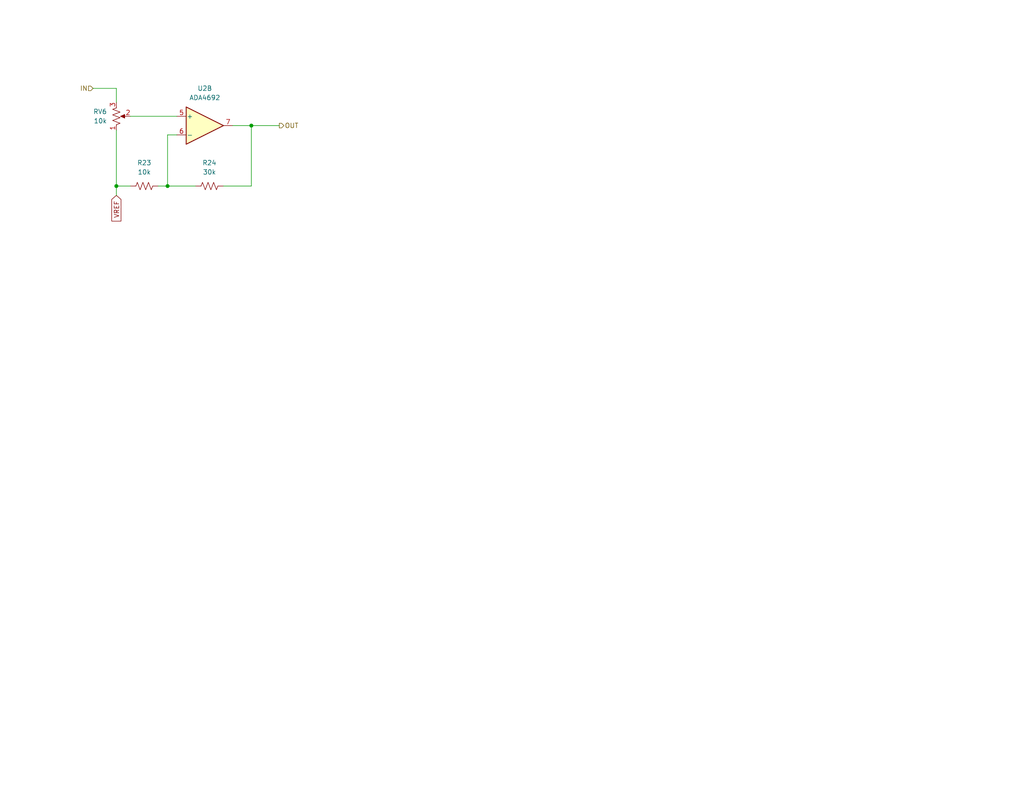
<source format=kicad_sch>
(kicad_sch (version 20250114) (generator "eeschema") (generator_version "9.0")
  (paper "USLetter")
  (title_block (title "EL223FP4L1") (date "2025-05-08") (rev "1") (company "Boles & Walker"))
  (lib_symbols
    (symbol "Custom:ADA4692-2" (pin_names (offset 0.127))
      (property "Reference" "U" (at 2.54 6.35 0))
      (property "Value" "ADA4692-2" (at 2.54 3.81 0))
      (symbol "ADA4692-2_1_1"
        (polyline (pts (xy 5.08 0) (xy -5.08 5.08) (xy -5.08 -5.08) (xy 5.08 0)) (stroke (width 0.254)) (fill (type background)))
        (pin input line (at -7.62 2.54 0) (length 2.54) (name "+") (number "3"))
        (pin input line (at -7.62 -2.54 0) (length 2.54) (name "-") (number "2"))
        (pin output line (at 7.62 0 180) (length 2.54) (name "~") (number "1"))
      )
      (symbol "ADA4692-2_2_1"
        (polyline (pts (xy 5.08 0) (xy -5.08 5.08) (xy -5.08 -5.08) (xy 5.08 0)) (stroke (width 0.254)) (fill (type background)))
        (pin input line (at -7.62 2.54 0) (length 2.54) (name "+") (number "5"))
        (pin input line (at -7.62 -2.54 0) (length 2.54) (name "-") (number "6"))
        (pin output line (at 7.62 0 180) (length 2.54) (name "~") (number "7"))
      )
      (symbol "ADA4692-2_3_1"
        (pin power_in line (at 0 7.62 270) (length 3.81) (name "V+") (number "8"))
        (pin power_in line (at 0 -7.62 90) (length 3.81) (name "V-") (number "4"))
      )
    )
    (symbol "Device:R_Potentiometer_US" (pin_names (offset 1.016) (hide yes))
      (property "Reference" "RV" (at -4.445 0 90))
      (property "Value" "R_Potentiometer_US" (at -2.54 0 90))
      (symbol "R_Potentiometer_US_0_1"
        (polyline (pts (xy 0 2.54) (xy 0 2.286)))
        (polyline (pts (xy 0 2.286) (xy 1.016 1.905) (xy 0 1.524) (xy -1.016 1.143) (xy 0 0.762)))
        (polyline (pts (xy 0 0.762) (xy 1.016 0.381) (xy 0 0) (xy -1.016 -0.381) (xy 0 -0.762)))
        (polyline (pts (xy 0 -0.762) (xy 1.016 -1.143) (xy 0 -1.524) (xy -1.016 -1.905) (xy 0 -2.286)))
        (polyline (pts (xy 0 -2.286) (xy 0 -2.54)))
        (polyline (pts (xy 1.143 0) (xy 2.286 0.508) (xy 2.286 -0.508) (xy 1.143 0)) (fill (type outline)))
        (polyline (pts (xy 2.54 0) (xy 1.524 0)))
      )
      (symbol "R_Potentiometer_US_1_1"
        (pin passive line (at 0 3.81 270) (length 1.27) (name "1") (number "1"))
        (pin passive line (at 0 -3.81 90) (length 1.27) (name "3") (number "3"))
        (pin passive line (at 3.81 0 180) (length 1.27) (name "2") (number "2"))
      )
    )
    (symbol "Device:R_US" (pin_numbers (hide yes)) (pin_names (offset 0))
      (property "Reference" "R" (at 2.54 0 90))
      (property "Value" "R_US" (at -2.54 0 90))
      (symbol "R_US_0_1"
        (polyline (pts (xy 0 2.286) (xy 0 2.54)))
        (polyline (pts (xy 0 2.286) (xy 1.016 1.905) (xy 0 1.524) (xy -1.016 1.143) (xy 0 0.762)))
        (polyline (pts (xy 0 0.762) (xy 1.016 0.381) (xy 0 0) (xy -1.016 -0.381) (xy 0 -0.762)))
        (polyline (pts (xy 0 -0.762) (xy 1.016 -1.143) (xy 0 -1.524) (xy -1.016 -1.905) (xy 0 -2.286)))
        (polyline (pts (xy 0 -2.286) (xy 0 -2.54)))
      )
      (symbol "R_US_1_1"
        (pin passive line (at 0 3.81 270) (length 1.27) (name "~") (number "1"))
        (pin passive line (at 0 -3.81 90) (length 1.27) (name "~") (number "2"))
      )
    )
  )
  (junction (at 45.72 50.8))
  (junction (at 68.58 34.29))
  (junction (at 31.75 50.8))
  (wire (pts (xy 31.75 24.13) (xy 31.75 27.94)))
  (wire (pts (xy 45.72 36.83) (xy 48.26 36.83)))
  (wire (pts (xy 68.58 50.8) (xy 68.58 34.29)))
  (wire (pts (xy 68.58 34.29) (xy 76.2 34.29)))
  (wire (pts (xy 35.56 31.75) (xy 48.26 31.75)))
  (wire (pts (xy 35.56 50.8) (xy 31.75 50.8)))
  (wire (pts (xy 31.75 53.34) (xy 31.75 50.8)))
  (wire (pts (xy 25.4 24.13) (xy 31.75 24.13)))
  (wire (pts (xy 45.72 50.8) (xy 53.34 50.8)))
  (wire (pts (xy 63.5 34.29) (xy 68.58 34.29)))
  (wire (pts (xy 43.18 50.8) (xy 45.72 50.8)))
  (wire (pts (xy 45.72 50.8) (xy 45.72 36.83)))
  (wire (pts (xy 31.75 35.56) (xy 31.75 50.8)))
  (wire (pts (xy 60.96 50.8) (xy 68.58 50.8)))
  (global_label "VREF" (shape input) (at 31.75 53.34 270) (property "Intersheetrefs" "${INTERSHEET_REFS}" (effects (hide yes))))
  (hierarchical_label "IN" (shape input) (at 25.4 24.13 180))
  (hierarchical_label "OUT" (shape output) (at 76.2 34.29 0))
  (symbol (lib_id "Custom:ADA4692-2") (at 55.88 34.29 0) (unit 2)
    (property "Reference" "U2" (at 55.88 24.13 0))
    (property "Value" "ADA4692" (at 55.88 26.67 0))
    (property "Footprint" "Package_SO:SOIC-8_3.9x4.9mm_P1.27mm" (effects (hide yes)))
    (property "Datasheet" "https://www.analog.com/media/en/technical-documentation/data-sheets/ADA4691-2_4691-4_4692-2_4692-4.pdf" (effects (hide yes)))
    (property "Description" "Dual Low Noise, Precision, Rail-to-Rail Output, JFET Op Amp, SOIC-8" (effects (hide yes)))
    (property "Sim.Library" "ada4692.sub" (effects (hide yes)))
    (property "Sim.Name" "ADA4692-2" (effects (hide yes)))
    (property "Sim.Device" "SUBCKT" (effects (hide yes)))
    (property "Sim.Pins" "1=AOUT 2=AIN- 3=AIN+ 4=V- 5=BIN+ 6=BIN- 7=BOUT 8=V+" (effects (hide yes)))
  )
  (symbol (lib_id "Device:R_Potentiometer_US") (at 31.75 31.75 0) (mirror x) (unit 1)
    (property "Reference" "RV6" (at 29.21 30.48 0) (effects (justify right)))
    (property "Value" "10k" (at 29.21 33.02 0) (effects (justify right)))
    (property "Footprint" "Potentiometer_THT:Potentiometer_Bourns_PTV09A-1_Single_Vertical" (effects (hide yes)))
    (property "Datasheet" "https://www.mouser.com/datasheet/2/54/ptv09-777818.pdf" (effects (hide yes)))
    (property "Description" "Potentiometer, US symbol" (effects (hide yes)))
    (property "Sim.Device" "R" (effects (hide yes)))
    (property "Sim.Type" "POT" (effects (hide yes)))
    (property "Sim.Pins" "1=r0 2=wiper 3=r1" (effects (hide yes)))
    (property "Sim.Params" "pos=0.75" (effects (hide yes)))
  )
  (symbol (lib_id "Device:R_US") (at 39.37 50.8 90) (unit 1)
    (property "Reference" "R23" (at 39.37 44.45 90))
    (property "Value" "10k" (at 39.37 46.99 90))
    (property "Footprint" "Resistor_SMD:R_0805_2012Metric_Pad1.20x1.40mm_HandSolder" (effects (hide yes)))
    (property "Description" "Resistor, US symbol" (effects (hide yes)))
  )
  (symbol (lib_id "Device:R_US") (at 57.15 50.8 90) (unit 1)
    (property "Reference" "R24" (at 57.15 44.45 90))
    (property "Value" "30k" (at 57.15 46.99 90))
    (property "Footprint" "Resistor_SMD:R_0805_2012Metric_Pad1.20x1.40mm_HandSolder" (effects (hide yes)))
    (property "Description" "Resistor, US symbol" (effects (hide yes)))
  )
)
</source>
